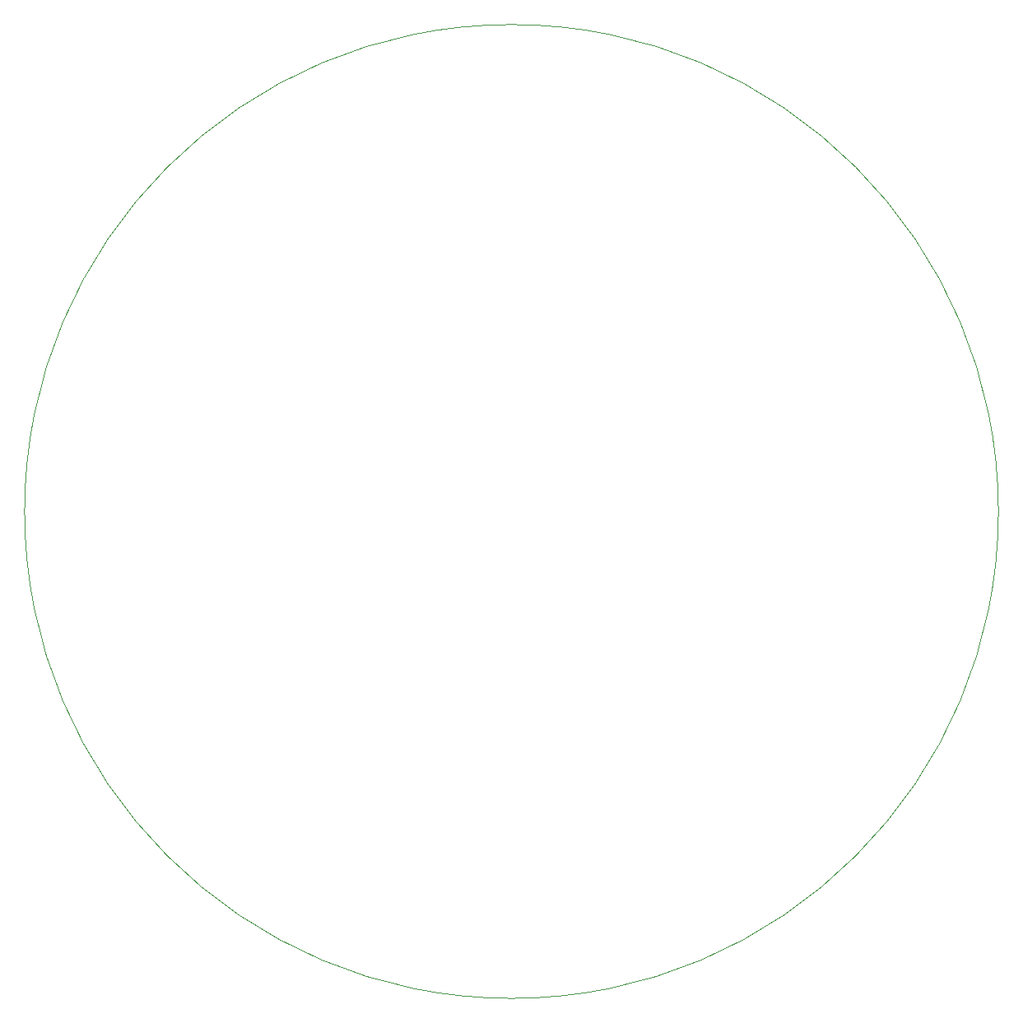
<source format=gbr>
%TF.GenerationSoftware,KiCad,Pcbnew,9.0.1*%
%TF.CreationDate,2025-05-12T19:59:28-03:00*%
%TF.ProjectId,proyecto_desarrollo,70726f79-6563-4746-9f5f-646573617272,rev?*%
%TF.SameCoordinates,Original*%
%TF.FileFunction,Profile,NP*%
%FSLAX46Y46*%
G04 Gerber Fmt 4.6, Leading zero omitted, Abs format (unit mm)*
G04 Created by KiCad (PCBNEW 9.0.1) date 2025-05-12 19:59:28*
%MOMM*%
%LPD*%
G01*
G04 APERTURE LIST*
%TA.AperFunction,Profile*%
%ADD10C,0.050000*%
%TD*%
G04 APERTURE END LIST*
D10*
X200000000Y-100200000D02*
G75*
G02*
X99816168Y-100200000I-50091916J0D01*
G01*
X99816168Y-100200000D02*
G75*
G02*
X200000000Y-100200000I50091916J0D01*
G01*
M02*

</source>
